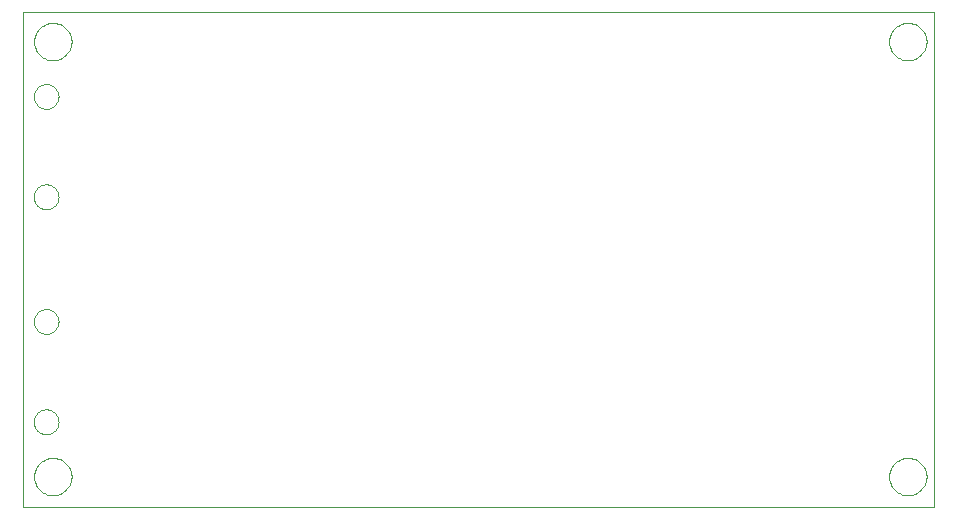
<source format=gko>
G75*
%MOIN*%
%OFA0B0*%
%FSLAX24Y24*%
%IPPOS*%
%LPD*%
%AMOC8*
5,1,8,0,0,1.08239X$1,22.5*
%
%ADD10C,0.0000*%
D10*
X003416Y000180D02*
X003416Y016676D01*
X033786Y016676D01*
X033786Y000180D01*
X003416Y000180D01*
X003791Y001180D02*
X003793Y001230D01*
X003799Y001279D01*
X003809Y001328D01*
X003822Y001375D01*
X003840Y001422D01*
X003861Y001467D01*
X003885Y001510D01*
X003913Y001551D01*
X003944Y001590D01*
X003978Y001626D01*
X004015Y001660D01*
X004055Y001690D01*
X004096Y001717D01*
X004140Y001741D01*
X004185Y001761D01*
X004232Y001777D01*
X004280Y001790D01*
X004329Y001799D01*
X004379Y001804D01*
X004428Y001805D01*
X004478Y001802D01*
X004527Y001795D01*
X004576Y001784D01*
X004623Y001770D01*
X004669Y001751D01*
X004714Y001729D01*
X004757Y001704D01*
X004797Y001675D01*
X004835Y001643D01*
X004871Y001609D01*
X004904Y001571D01*
X004933Y001531D01*
X004959Y001489D01*
X004982Y001445D01*
X005001Y001399D01*
X005017Y001352D01*
X005029Y001303D01*
X005037Y001254D01*
X005041Y001205D01*
X005041Y001155D01*
X005037Y001106D01*
X005029Y001057D01*
X005017Y001008D01*
X005001Y000961D01*
X004982Y000915D01*
X004959Y000871D01*
X004933Y000829D01*
X004904Y000789D01*
X004871Y000751D01*
X004835Y000717D01*
X004797Y000685D01*
X004757Y000656D01*
X004714Y000631D01*
X004669Y000609D01*
X004623Y000590D01*
X004576Y000576D01*
X004527Y000565D01*
X004478Y000558D01*
X004428Y000555D01*
X004379Y000556D01*
X004329Y000561D01*
X004280Y000570D01*
X004232Y000583D01*
X004185Y000599D01*
X004140Y000619D01*
X004096Y000643D01*
X004055Y000670D01*
X004015Y000700D01*
X003978Y000734D01*
X003944Y000770D01*
X003913Y000809D01*
X003885Y000850D01*
X003861Y000893D01*
X003840Y000938D01*
X003822Y000985D01*
X003809Y001032D01*
X003799Y001081D01*
X003793Y001130D01*
X003791Y001180D01*
X003782Y003007D02*
X003784Y003047D01*
X003790Y003088D01*
X003800Y003127D01*
X003813Y003165D01*
X003831Y003202D01*
X003852Y003236D01*
X003876Y003269D01*
X003903Y003299D01*
X003933Y003326D01*
X003966Y003350D01*
X004000Y003371D01*
X004037Y003389D01*
X004075Y003402D01*
X004114Y003412D01*
X004155Y003418D01*
X004195Y003420D01*
X004235Y003418D01*
X004276Y003412D01*
X004315Y003402D01*
X004353Y003389D01*
X004390Y003371D01*
X004424Y003350D01*
X004457Y003326D01*
X004487Y003299D01*
X004514Y003269D01*
X004538Y003236D01*
X004559Y003202D01*
X004577Y003165D01*
X004590Y003127D01*
X004600Y003088D01*
X004606Y003047D01*
X004608Y003007D01*
X004606Y002967D01*
X004600Y002926D01*
X004590Y002887D01*
X004577Y002849D01*
X004559Y002812D01*
X004538Y002778D01*
X004514Y002745D01*
X004487Y002715D01*
X004457Y002688D01*
X004424Y002664D01*
X004390Y002643D01*
X004353Y002625D01*
X004315Y002612D01*
X004276Y002602D01*
X004235Y002596D01*
X004195Y002594D01*
X004155Y002596D01*
X004114Y002602D01*
X004075Y002612D01*
X004037Y002625D01*
X004000Y002643D01*
X003966Y002664D01*
X003933Y002688D01*
X003903Y002715D01*
X003876Y002745D01*
X003852Y002778D01*
X003831Y002812D01*
X003813Y002849D01*
X003800Y002887D01*
X003790Y002926D01*
X003784Y002967D01*
X003782Y003007D01*
X003782Y006353D02*
X003784Y006393D01*
X003790Y006434D01*
X003800Y006473D01*
X003813Y006511D01*
X003831Y006548D01*
X003852Y006582D01*
X003876Y006615D01*
X003903Y006645D01*
X003933Y006672D01*
X003966Y006696D01*
X004000Y006717D01*
X004037Y006735D01*
X004075Y006748D01*
X004114Y006758D01*
X004155Y006764D01*
X004195Y006766D01*
X004235Y006764D01*
X004276Y006758D01*
X004315Y006748D01*
X004353Y006735D01*
X004390Y006717D01*
X004424Y006696D01*
X004457Y006672D01*
X004487Y006645D01*
X004514Y006615D01*
X004538Y006582D01*
X004559Y006548D01*
X004577Y006511D01*
X004590Y006473D01*
X004600Y006434D01*
X004606Y006393D01*
X004608Y006353D01*
X004606Y006313D01*
X004600Y006272D01*
X004590Y006233D01*
X004577Y006195D01*
X004559Y006158D01*
X004538Y006124D01*
X004514Y006091D01*
X004487Y006061D01*
X004457Y006034D01*
X004424Y006010D01*
X004390Y005989D01*
X004353Y005971D01*
X004315Y005958D01*
X004276Y005948D01*
X004235Y005942D01*
X004195Y005940D01*
X004155Y005942D01*
X004114Y005948D01*
X004075Y005958D01*
X004037Y005971D01*
X004000Y005989D01*
X003966Y006010D01*
X003933Y006034D01*
X003903Y006061D01*
X003876Y006091D01*
X003852Y006124D01*
X003831Y006158D01*
X003813Y006195D01*
X003800Y006233D01*
X003790Y006272D01*
X003784Y006313D01*
X003782Y006353D01*
X003782Y010507D02*
X003784Y010547D01*
X003790Y010588D01*
X003800Y010627D01*
X003813Y010665D01*
X003831Y010702D01*
X003852Y010736D01*
X003876Y010769D01*
X003903Y010799D01*
X003933Y010826D01*
X003966Y010850D01*
X004000Y010871D01*
X004037Y010889D01*
X004075Y010902D01*
X004114Y010912D01*
X004155Y010918D01*
X004195Y010920D01*
X004235Y010918D01*
X004276Y010912D01*
X004315Y010902D01*
X004353Y010889D01*
X004390Y010871D01*
X004424Y010850D01*
X004457Y010826D01*
X004487Y010799D01*
X004514Y010769D01*
X004538Y010736D01*
X004559Y010702D01*
X004577Y010665D01*
X004590Y010627D01*
X004600Y010588D01*
X004606Y010547D01*
X004608Y010507D01*
X004606Y010467D01*
X004600Y010426D01*
X004590Y010387D01*
X004577Y010349D01*
X004559Y010312D01*
X004538Y010278D01*
X004514Y010245D01*
X004487Y010215D01*
X004457Y010188D01*
X004424Y010164D01*
X004390Y010143D01*
X004353Y010125D01*
X004315Y010112D01*
X004276Y010102D01*
X004235Y010096D01*
X004195Y010094D01*
X004155Y010096D01*
X004114Y010102D01*
X004075Y010112D01*
X004037Y010125D01*
X004000Y010143D01*
X003966Y010164D01*
X003933Y010188D01*
X003903Y010215D01*
X003876Y010245D01*
X003852Y010278D01*
X003831Y010312D01*
X003813Y010349D01*
X003800Y010387D01*
X003790Y010426D01*
X003784Y010467D01*
X003782Y010507D01*
X003782Y013853D02*
X003784Y013893D01*
X003790Y013934D01*
X003800Y013973D01*
X003813Y014011D01*
X003831Y014048D01*
X003852Y014082D01*
X003876Y014115D01*
X003903Y014145D01*
X003933Y014172D01*
X003966Y014196D01*
X004000Y014217D01*
X004037Y014235D01*
X004075Y014248D01*
X004114Y014258D01*
X004155Y014264D01*
X004195Y014266D01*
X004235Y014264D01*
X004276Y014258D01*
X004315Y014248D01*
X004353Y014235D01*
X004390Y014217D01*
X004424Y014196D01*
X004457Y014172D01*
X004487Y014145D01*
X004514Y014115D01*
X004538Y014082D01*
X004559Y014048D01*
X004577Y014011D01*
X004590Y013973D01*
X004600Y013934D01*
X004606Y013893D01*
X004608Y013853D01*
X004606Y013813D01*
X004600Y013772D01*
X004590Y013733D01*
X004577Y013695D01*
X004559Y013658D01*
X004538Y013624D01*
X004514Y013591D01*
X004487Y013561D01*
X004457Y013534D01*
X004424Y013510D01*
X004390Y013489D01*
X004353Y013471D01*
X004315Y013458D01*
X004276Y013448D01*
X004235Y013442D01*
X004195Y013440D01*
X004155Y013442D01*
X004114Y013448D01*
X004075Y013458D01*
X004037Y013471D01*
X004000Y013489D01*
X003966Y013510D01*
X003933Y013534D01*
X003903Y013561D01*
X003876Y013591D01*
X003852Y013624D01*
X003831Y013658D01*
X003813Y013695D01*
X003800Y013733D01*
X003790Y013772D01*
X003784Y013813D01*
X003782Y013853D01*
X003791Y015680D02*
X003793Y015730D01*
X003799Y015779D01*
X003809Y015828D01*
X003822Y015875D01*
X003840Y015922D01*
X003861Y015967D01*
X003885Y016010D01*
X003913Y016051D01*
X003944Y016090D01*
X003978Y016126D01*
X004015Y016160D01*
X004055Y016190D01*
X004096Y016217D01*
X004140Y016241D01*
X004185Y016261D01*
X004232Y016277D01*
X004280Y016290D01*
X004329Y016299D01*
X004379Y016304D01*
X004428Y016305D01*
X004478Y016302D01*
X004527Y016295D01*
X004576Y016284D01*
X004623Y016270D01*
X004669Y016251D01*
X004714Y016229D01*
X004757Y016204D01*
X004797Y016175D01*
X004835Y016143D01*
X004871Y016109D01*
X004904Y016071D01*
X004933Y016031D01*
X004959Y015989D01*
X004982Y015945D01*
X005001Y015899D01*
X005017Y015852D01*
X005029Y015803D01*
X005037Y015754D01*
X005041Y015705D01*
X005041Y015655D01*
X005037Y015606D01*
X005029Y015557D01*
X005017Y015508D01*
X005001Y015461D01*
X004982Y015415D01*
X004959Y015371D01*
X004933Y015329D01*
X004904Y015289D01*
X004871Y015251D01*
X004835Y015217D01*
X004797Y015185D01*
X004757Y015156D01*
X004714Y015131D01*
X004669Y015109D01*
X004623Y015090D01*
X004576Y015076D01*
X004527Y015065D01*
X004478Y015058D01*
X004428Y015055D01*
X004379Y015056D01*
X004329Y015061D01*
X004280Y015070D01*
X004232Y015083D01*
X004185Y015099D01*
X004140Y015119D01*
X004096Y015143D01*
X004055Y015170D01*
X004015Y015200D01*
X003978Y015234D01*
X003944Y015270D01*
X003913Y015309D01*
X003885Y015350D01*
X003861Y015393D01*
X003840Y015438D01*
X003822Y015485D01*
X003809Y015532D01*
X003799Y015581D01*
X003793Y015630D01*
X003791Y015680D01*
X032291Y015680D02*
X032293Y015730D01*
X032299Y015779D01*
X032309Y015828D01*
X032322Y015875D01*
X032340Y015922D01*
X032361Y015967D01*
X032385Y016010D01*
X032413Y016051D01*
X032444Y016090D01*
X032478Y016126D01*
X032515Y016160D01*
X032555Y016190D01*
X032596Y016217D01*
X032640Y016241D01*
X032685Y016261D01*
X032732Y016277D01*
X032780Y016290D01*
X032829Y016299D01*
X032879Y016304D01*
X032928Y016305D01*
X032978Y016302D01*
X033027Y016295D01*
X033076Y016284D01*
X033123Y016270D01*
X033169Y016251D01*
X033214Y016229D01*
X033257Y016204D01*
X033297Y016175D01*
X033335Y016143D01*
X033371Y016109D01*
X033404Y016071D01*
X033433Y016031D01*
X033459Y015989D01*
X033482Y015945D01*
X033501Y015899D01*
X033517Y015852D01*
X033529Y015803D01*
X033537Y015754D01*
X033541Y015705D01*
X033541Y015655D01*
X033537Y015606D01*
X033529Y015557D01*
X033517Y015508D01*
X033501Y015461D01*
X033482Y015415D01*
X033459Y015371D01*
X033433Y015329D01*
X033404Y015289D01*
X033371Y015251D01*
X033335Y015217D01*
X033297Y015185D01*
X033257Y015156D01*
X033214Y015131D01*
X033169Y015109D01*
X033123Y015090D01*
X033076Y015076D01*
X033027Y015065D01*
X032978Y015058D01*
X032928Y015055D01*
X032879Y015056D01*
X032829Y015061D01*
X032780Y015070D01*
X032732Y015083D01*
X032685Y015099D01*
X032640Y015119D01*
X032596Y015143D01*
X032555Y015170D01*
X032515Y015200D01*
X032478Y015234D01*
X032444Y015270D01*
X032413Y015309D01*
X032385Y015350D01*
X032361Y015393D01*
X032340Y015438D01*
X032322Y015485D01*
X032309Y015532D01*
X032299Y015581D01*
X032293Y015630D01*
X032291Y015680D01*
X032291Y001180D02*
X032293Y001230D01*
X032299Y001279D01*
X032309Y001328D01*
X032322Y001375D01*
X032340Y001422D01*
X032361Y001467D01*
X032385Y001510D01*
X032413Y001551D01*
X032444Y001590D01*
X032478Y001626D01*
X032515Y001660D01*
X032555Y001690D01*
X032596Y001717D01*
X032640Y001741D01*
X032685Y001761D01*
X032732Y001777D01*
X032780Y001790D01*
X032829Y001799D01*
X032879Y001804D01*
X032928Y001805D01*
X032978Y001802D01*
X033027Y001795D01*
X033076Y001784D01*
X033123Y001770D01*
X033169Y001751D01*
X033214Y001729D01*
X033257Y001704D01*
X033297Y001675D01*
X033335Y001643D01*
X033371Y001609D01*
X033404Y001571D01*
X033433Y001531D01*
X033459Y001489D01*
X033482Y001445D01*
X033501Y001399D01*
X033517Y001352D01*
X033529Y001303D01*
X033537Y001254D01*
X033541Y001205D01*
X033541Y001155D01*
X033537Y001106D01*
X033529Y001057D01*
X033517Y001008D01*
X033501Y000961D01*
X033482Y000915D01*
X033459Y000871D01*
X033433Y000829D01*
X033404Y000789D01*
X033371Y000751D01*
X033335Y000717D01*
X033297Y000685D01*
X033257Y000656D01*
X033214Y000631D01*
X033169Y000609D01*
X033123Y000590D01*
X033076Y000576D01*
X033027Y000565D01*
X032978Y000558D01*
X032928Y000555D01*
X032879Y000556D01*
X032829Y000561D01*
X032780Y000570D01*
X032732Y000583D01*
X032685Y000599D01*
X032640Y000619D01*
X032596Y000643D01*
X032555Y000670D01*
X032515Y000700D01*
X032478Y000734D01*
X032444Y000770D01*
X032413Y000809D01*
X032385Y000850D01*
X032361Y000893D01*
X032340Y000938D01*
X032322Y000985D01*
X032309Y001032D01*
X032299Y001081D01*
X032293Y001130D01*
X032291Y001180D01*
M02*

</source>
